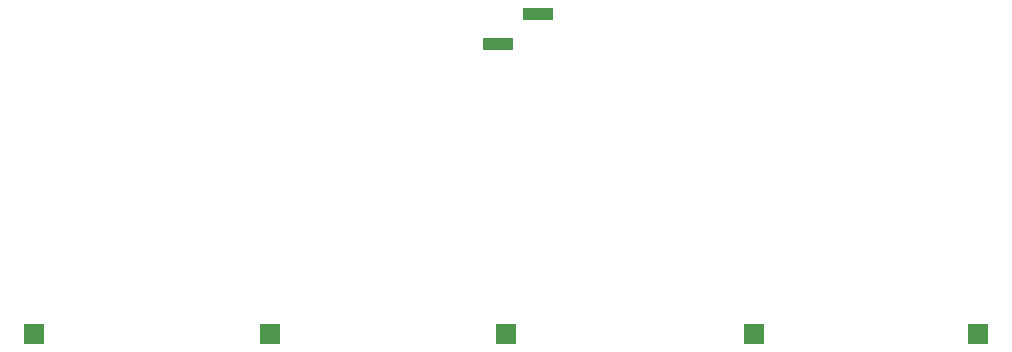
<source format=gbr>
%TF.GenerationSoftware,KiCad,Pcbnew,8.0.6*%
%TF.CreationDate,2024-11-11T19:11:30+01:00*%
%TF.ProjectId,touch-pad,746f7563-682d-4706-9164-2e6b69636164,rev?*%
%TF.SameCoordinates,Original*%
%TF.FileFunction,Soldermask,Bot*%
%TF.FilePolarity,Negative*%
%FSLAX46Y46*%
G04 Gerber Fmt 4.6, Leading zero omitted, Abs format (unit mm)*
G04 Created by KiCad (PCBNEW 8.0.6) date 2024-11-11 19:11:30*
%MOMM*%
%LPD*%
G01*
G04 APERTURE LIST*
%ADD10R,1.700000X1.700000*%
%ADD11R,2.510000X1.000000*%
G04 APERTURE END LIST*
D10*
%TO.C,J1*%
X175755000Y-122540000D03*
%TD*%
%TO.C,J2*%
X196770000Y-122540000D03*
%TD*%
%TO.C,J3*%
X155777500Y-122540000D03*
%TD*%
D11*
%TO.C,J6*%
X178421250Y-95510000D03*
X175111250Y-98050000D03*
%TD*%
D10*
%TO.C,J4*%
X215710000Y-122540000D03*
%TD*%
%TO.C,J5*%
X135800000Y-122540000D03*
%TD*%
M02*

</source>
